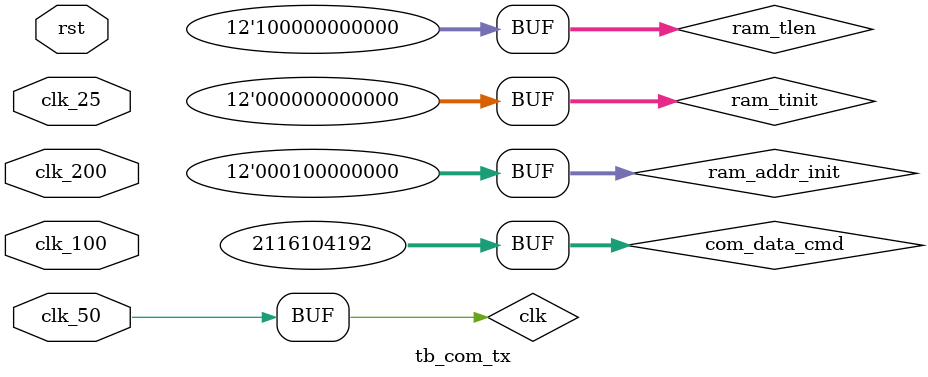
<source format=v>
module tb_com_tx(
    input clk_25,
    input clk_50,
    input clk_100, 
    input clk_200,
    input rst
);

    wire clk;

    localparam BAG_INIT = 4'b0000; 
    localparam BAG_ACK = 4'b0001, BAG_NAK = 4'b0010, BAG_STL = 4'b0011;
    localparam BAG_DLINK = 4'b1000, BAG_DTYPE = 4'b1001, BAG_DTEMP = 4'b1010;
    localparam BAG_DATA0 = 4'b1101, BAG_DATA1 = 4'b1110;

    reg [7:0] state, next_state;
    localparam IDLE = 8'h00, WAIT = 8'h02, RAM_TX = 8'h03;
    localparam COM_IDLE = 8'h10;
    localparam ACK_IDLE = 8'h20, ACK_WORK = 8'h21, ACK_DONE = 8'h22;
    localparam ACK_WAIT = 8'h23, ACK_READ = 8'h24;
    localparam NAK_IDLE = 8'h30, NAK_WORK = 8'h31, NAK_DONE = 8'h32;
    localparam NAK_WAIT = 8'h33, NAK_READ = 8'h34;
    localparam STL_IDLE = 8'h40, STL_WORK = 8'h41, STL_DONE = 8'h42;
    localparam STL_WAIT = 8'h43, STL_READ = 8'h44;
    localparam DLINK_IDLE = 8'h50, DLINK_WORK = 8'h51, DLINK_DONE = 8'h52;
    localparam DLINK_WAIT = 8'h53, DLINK_READ = 8'h54;
    localparam DTYPE_IDLE = 8'h60, DTYPE_WORK = 8'h61, DTYPE_DONE = 8'h62;
    localparam DTYPE_WAIT = 8'h63, DTYPE_READ = 8'h64;
    localparam DTEMP_IDLE = 8'h70, DTEMP_WORK = 8'h71, DTEMP_DONE = 8'h72;
    localparam DTEMP_WAIT = 8'h73, DTEMP_READ = 8'h74;
    localparam DATA0_IDLE = 8'h80, DATA0_WORK = 8'h81, DATA0_DONE = 8'h82;
    localparam DATA0_WAIT = 8'h83, DATA0_READ = 8'h84;
    localparam DATA1_IDLE = 8'h90, DATA1_WORK = 8'h91, DATA1_DONE = 8'h92;
    localparam DATA1_WAIT = 8'h93, DATA1_READ = 8'h94;

    wire fs_com_tx, fd_com_tx;
    wire fs_usb_rx, fd_usb_rx;
    wire fs_init, fd_init;
    wire fs_type, fd_type;
    wire fs_conf, fd_conf;
    wire fs_conv, fd_conv;
    wire fs_tran, fd_tran;

    reg [3:0] tx_btype;
    wire [11:0] ram_tinit, ram_tlen;
    reg [11:0] ram_rinit, ram_rlen;

    wire [7:0] ram_rxd, ram_txd;
    wire [11:0] ram_rxa, ram_txa;
    wire ram_txen;
    wire [11:0] ram_addr_init;
    wire [7:0] com_txd;
    wire [31:0] com_data_cmd;
    wire [31:0] com_data_stat;

    reg [11:0] ram_dlen; // 

    wire [7:0] usb_rxd;
    wire [3:0] usb_rx_btype;
    wire [31:0] usb_data_stat;
    wire [7:0] usb_ram_txd;
    wire [11:0] usb_ram_txa;
    wire usb_ram_txen;

    wire [7:0] fifo_rxen;
    wire [63:0] fifo_rxd;

    wire fire;
    wire [3:0] pin_txd, pin_rxd;

    assign clk = clk_50;
    assign fs_tran = (state[3:0] == ACK_WORK[3:0]);
    assign fs_com_tx = (state[3:0] == ACK_WORK[3:0]);
    assign fd_usb_rx = (state[3:0] == ACK_READ[3:0]);
    assign fs_type = (state == DTYPE_IDLE);
    assign fs_conf = (state == DTEMP_IDLE);
    assign fs_conv = (state == DATA0_IDLE) || (state == DATA1_IDLE);

    assign ram_addr_init = 12'h100;

    assign ram_tinit = 12'h000;
    assign ram_tlen = 12'h800;
    assign pin_rxd = pin_txd;
    assign com_data_cmd = 32'h7E213000;

    always@(posedge clk or posedge rst) begin
        if(rst) state <= IDLE;
        else state <= next_state;
    end
    
    always@(*) begin
        case(state)
            IDLE: next_state <= WAIT;
            WAIT: next_state <= COM_IDLE;

            COM_IDLE: next_state <= ACK_IDLE;

            ACK_IDLE: next_state <= ACK_WORK;
            ACK_WORK: begin
                if(fd_com_tx) next_state <= ACK_WAIT;
                else next_state <= ACK_WORK;
            end
            ACK_WAIT: begin
                if(fs_usb_rx) next_state <= ACK_READ;
                else next_state <= ACK_WAIT;
            end
            ACK_READ: begin
                if(~fs_usb_rx) next_state <= ACK_DONE;
                else next_state <= ACK_READ;
            end
            ACK_DONE: next_state <= NAK_IDLE;

            NAK_IDLE: next_state <= NAK_WORK;
            NAK_WORK: begin
                if(fd_com_tx) next_state <= NAK_WAIT;
                else next_state <= NAK_WORK;
            end
            NAK_WAIT: begin
                if(fs_usb_rx) next_state <= NAK_READ;
                else next_state <= NAK_WAIT;
            end
            NAK_READ: begin
                if(~fs_usb_rx) next_state <= NAK_DONE;
                else next_state <= NAK_READ;
            end
            NAK_DONE: next_state <= STL_IDLE;

            STL_IDLE: next_state <= STL_WORK;
            STL_WORK: begin
                if(fd_com_tx) next_state <= STL_WAIT;
                else next_state <= STL_WORK;
            end
            STL_WAIT: begin
                if(fs_usb_rx) next_state <= STL_READ;
                else next_state <= STL_WAIT;
            end
            STL_READ: begin
                if(~fs_usb_rx) next_state <= STL_DONE;
                else next_state <= STL_READ;
            end
            STL_DONE: next_state <= DLINK_IDLE;

            DLINK_IDLE: next_state <= DLINK_WORK;
            DLINK_WORK: begin
                if(fd_com_tx) next_state <= DLINK_WAIT;
                else next_state <= DLINK_WORK;
            end
            DLINK_WAIT: begin
                if(fs_usb_rx) next_state <= DLINK_READ;
                else next_state <= DLINK_WAIT;
            end
            DLINK_READ: begin
                if(~fs_usb_rx) next_state <= DLINK_DONE;
                else next_state <= DLINK_READ;
            end
            DLINK_DONE: next_state <= DTYPE_IDLE;

            DTYPE_IDLE: begin
                if(fd_type) next_state <= DTYPE_WORK;
                else next_state <= DTYPE_IDLE;
            end
            DTYPE_WORK: begin
                if(fd_com_tx) next_state <= DTYPE_WAIT;
                else next_state <= DTYPE_WORK;
            end
            DTYPE_WAIT: begin
                if(fs_usb_rx) next_state <= DTYPE_READ;
                else next_state <= DTYPE_WAIT;
            end
            DTYPE_READ: begin
                if(~fs_usb_rx) next_state <= DTYPE_DONE;
                else next_state <= DTYPE_READ;
            end
            DTYPE_DONE: next_state <= DTEMP_IDLE;

            DTEMP_IDLE: begin
                if(fd_conf) next_state <= DTEMP_WORK;
                else next_state <= DTEMP_IDLE;
            end
            DTEMP_WORK: begin
                if(fd_com_tx) next_state <= DTEMP_WAIT;
                else next_state <= DTEMP_WORK;
            end
            DTEMP_WAIT: begin
                if(fs_usb_rx) next_state <= DTEMP_READ;
                else next_state <= DTEMP_WAIT;
            end
            DTEMP_READ: begin
                if(~fs_usb_rx) next_state <= DTEMP_DONE;
                else next_state <= DTEMP_READ;
            end
            DTEMP_DONE: next_state <= DATA0_IDLE;

            DATA0_IDLE: begin
                if(fd_conv) next_state <= DATA0_WORK;
                else next_state <= DATA0_IDLE;
            end
            DATA0_WORK: begin
                if(fd_com_tx && fd_tran) next_state <= DATA0_WAIT;
                else next_state <= DATA0_WORK;
            end
            DATA0_WAIT: begin
                if(fs_usb_rx) next_state <= DATA0_READ;
                else next_state <= DATA0_WAIT;
            end
            DATA0_READ: begin
                if(~fs_usb_rx) next_state <= DATA0_DONE;
                else next_state <= DATA0_READ;
            end
            DATA0_DONE: next_state <= DATA1_IDLE;

            DATA1_IDLE: begin
                if(fd_conv) next_state <= DATA1_WORK;
                else next_state <= DATA1_IDLE;
            end
            DATA1_WORK: begin
                if(fd_com_tx && fd_tran) next_state <= DATA1_WAIT;
                else next_state <= DATA1_WORK;
            end
            DATA1_WAIT: begin
                if(fs_usb_rx) next_state <= DATA1_READ;
                else next_state <= DATA1_WAIT;
            end
            DATA1_READ: begin
                if(~fs_usb_rx) next_state <= DATA1_DONE;
                else next_state <= DATA1_READ;
            end
            DATA1_DONE: next_state <= COM_IDLE;
            
            default: next_state <= IDLE;
        endcase
    end

    always@(posedge clk or posedge rst) begin
        if(rst) ram_rinit <= 12'h000;
        else if(state == IDLE) ram_rinit <= 12'h000;
        else if(state == WAIT) ram_rinit <= 12'h000;
        else if(state == COM_IDLE) ram_rinit <= 12'h10;
        else ram_rinit <= ram_rinit;
    end

    always@(posedge clk or posedge rst) begin
        if(rst) ram_rlen <= 12'h000;
        else if(state == IDLE) ram_rlen <= 12'h000;
        else if(state == WAIT) ram_rlen <= 12'h000;
        else if(state == DLINK_IDLE) ram_rlen <= 12'h02;
        else if(state == DTYPE_IDLE) ram_rlen <= 12'h02;
        else if(state == DTEMP_IDLE) ram_rlen <= 12'h02;
        else if(state == DATA0_IDLE) ram_rlen <= 12'h200;
        else if(state == DATA1_IDLE) ram_rlen <= 12'h200;
        else ram_rlen <= ram_rlen;
    end

    always@(posedge clk or posedge rst) begin
        if(rst) tx_btype <= BAG_INIT;
        else if(state == IDLE) tx_btype <= BAG_INIT;
        else if(state == WAIT) tx_btype <= BAG_INIT;
        else if(state == ACK_IDLE) tx_btype <= BAG_ACK;
        else if(state == NAK_IDLE) tx_btype <= BAG_NAK;
        else if(state == STL_IDLE) tx_btype <= BAG_STL;
        else if(state == DLINK_IDLE) tx_btype <= BAG_DLINK;
        else if(state == DTYPE_IDLE) tx_btype <= BAG_DTYPE;
        else if(state == DTEMP_IDLE) tx_btype <= BAG_DTEMP;
        else if(state == DATA0_IDLE) tx_btype <= BAG_DATA0;
        else if(state == DATA1_IDLE) tx_btype <= BAG_DATA1;
        else tx_btype <= tx_btype;
    end

    always@(posedge clk or posedge rst) begin
        if(rst) ram_dlen <= 12'h000;
        else if(state == IDLE) ram_dlen <= 12'h000;
        else if(state == WAIT) ram_dlen <= 12'h000;
        else if(state == DLINK_IDLE) ram_dlen <= 12'h002;
        else if(state == DTYPE_IDLE) ram_dlen <= 12'h002;
        else if(state == DTEMP_IDLE) ram_dlen <= 12'h002;
        else if(state == DATA0_IDLE) ram_dlen <= 12'h202;
        else if(state == DATA1_IDLE) ram_dlen <= 12'h202;
        else ram_dlen <= ram_dlen;
    end

    com_txf
    com_txf_dut(
        .clk(clk_100),
        .rst(rst),

        .fs(fs_com_tx),

        .din(com_txd),
        .dout(pin_txd),
        .fire(fire)
    );

    usb_rxf
    usb_rxf_dut(
        .clk(clk_100),
        .rst(rst),

        .din(pin_rxd),
        .dout(usb_rxd),
        .fire(fire)
    );


    usb_rx
    usb_rx_dut(
        .clk(clk_50),
        .rst(rst),

        .fs(fs_usb_rx),
        .fd(fd_usb_rx),

        .usb_rxd(usb_rxd),
        .btype(usb_rx_btype),
        .data_stat(usb_data_stat),

        .ram_txa_init(12'h100),

        .ram_txa(usb_ram_txa),
        .ram_txd(usb_ram_txd),
        .ram_txen(usb_ram_txen)
    );


    com_tx
    com_tx_dut(
        .clk(clk_50),
        .rst(rst),

        .fs(fs_com_tx),
        .fd(fd_com_tx),

        .com_txd(com_txd),
        .ram_init(ram_addr_init),
        .ram_rlen(ram_dlen),

        .btype(tx_btype),

        .ram_rxa(ram_rxa),
        .ram_rxd(ram_rxd)
    );
    

    adc_test
    adc_test_dut(
        .clk(clk_50),
        .fifo_txc(clk_50),
        .fifo_rxc(clk_100),

        .rst(rst),

        .fs_init(fs_init),
        .fs_type(fs_type),
        .fs_conf(fs_conf),
        .fs_conv(fs_conv),
        .fd_init(fd_init),
        .fd_type(fd_type),
        .fd_conf(fd_conf),
        .fd_conv(fd_conv),

        .data_cmd(com_data_cmd),
        .data_stat(com_data_stat),

        .fifo_rxen(fifo_rxen),
        .fifo_rxd(fifo_rxd)
    );

    data_make
    data_make_dut(
        .clk(clk_100),
        .rst(rst),

        .fs(fs_tran),
        .fd(fd_tran),

        .btype(tx_btype),
        .ram_data_init(ram_addr_init),

        .data_cmd(com_data_cmd),
        .data_stat(com_data_stat),

        .fifo_rxen(fifo_rxen),
        .fifo_rxd(fifo_rxd),

        .ram_txa(ram_txa),
        .ram_txd(ram_txd),
        .ram_txen(ram_txen)
    );

    ram_data
    ram_data_dut(
        .clka(clk_100),
        .addra(ram_txa),
        .dina(ram_txd),
        .wea(ram_txen),

        .clkb(clk_50),
        .addrb(ram_rxa),
        .doutb(ram_rxd)
    );









endmodule
</source>
